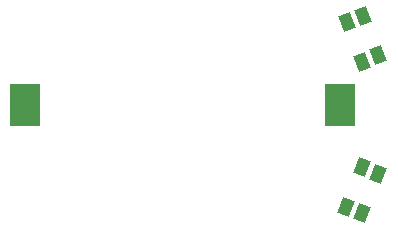
<source format=gbr>
%TF.GenerationSoftware,KiCad,Pcbnew,7.0.11*%
%TF.CreationDate,2024-11-14T13:48:53-05:00*%
%TF.ProjectId,IO_watch,494f5f77-6174-4636-982e-6b696361645f,rev?*%
%TF.SameCoordinates,Original*%
%TF.FileFunction,Paste,Bot*%
%TF.FilePolarity,Positive*%
%FSLAX46Y46*%
G04 Gerber Fmt 4.6, Leading zero omitted, Abs format (unit mm)*
G04 Created by KiCad (PCBNEW 7.0.11) date 2024-11-14 13:48:53*
%MOMM*%
%LPD*%
G01*
G04 APERTURE LIST*
G04 Aperture macros list*
%AMRotRect*
0 Rectangle, with rotation*
0 The origin of the aperture is its center*
0 $1 length*
0 $2 width*
0 $3 Rotation angle, in degrees counterclockwise*
0 Add horizontal line*
21,1,$1,$2,0,0,$3*%
G04 Aperture macros list end*
%ADD10RotRect,1.400000X1.050000X291.400000*%
%ADD11R,2.590000X3.610000*%
%ADD12RotRect,1.400000X1.050000X248.600000*%
G04 APERTURE END LIST*
D10*
%TO.C,S1*%
X148651794Y-77103365D03*
X147338237Y-73751564D03*
X147301763Y-77632436D03*
X145988206Y-74280635D03*
%TD*%
D11*
%TO.C,BT1*%
X118720000Y-81280000D03*
X145440000Y-81280000D03*
%TD*%
D12*
%TO.C,S2*%
X147239969Y-86592929D03*
X145926412Y-89944730D03*
X148590000Y-87122000D03*
X147276443Y-90473801D03*
%TD*%
M02*

</source>
